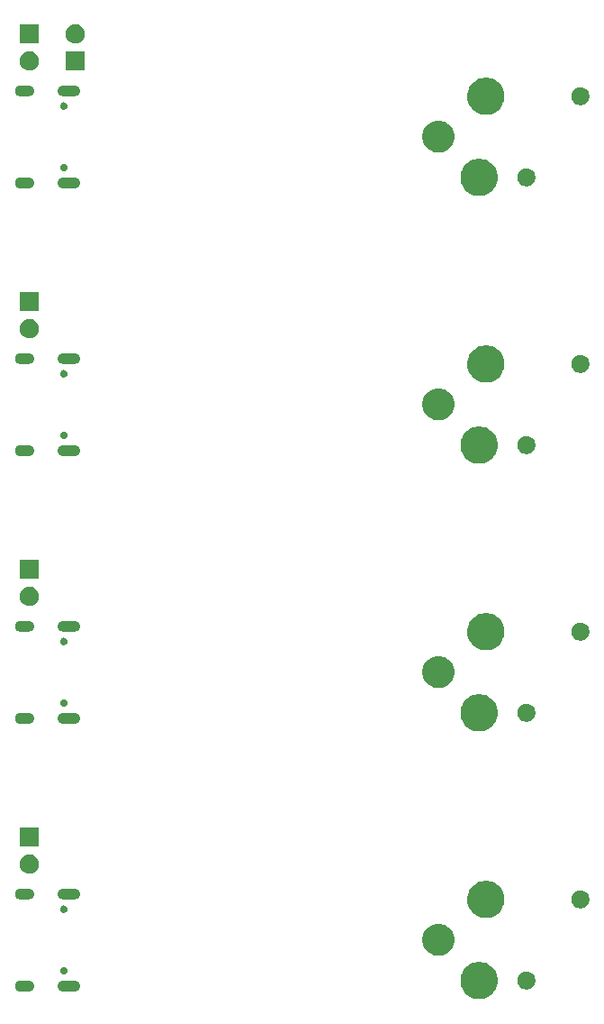
<source format=gbr>
G04 #@! TF.GenerationSoftware,KiCad,Pcbnew,(5.1.5)-3*
G04 #@! TF.CreationDate,2020-07-04T05:18:36+02:00*
G04 #@! TF.ProjectId,DMX_usb,444d585f-7573-4622-9e6b-696361645f70,rev?*
G04 #@! TF.SameCoordinates,Original*
G04 #@! TF.FileFunction,Soldermask,Bot*
G04 #@! TF.FilePolarity,Negative*
%FSLAX46Y46*%
G04 Gerber Fmt 4.6, Leading zero omitted, Abs format (unit mm)*
G04 Created by KiCad (PCBNEW (5.1.5)-3) date 2020-07-04 05:18:36*
%MOMM*%
%LPD*%
G04 APERTURE LIST*
%ADD10C,0.100000*%
G04 APERTURE END LIST*
D10*
G36*
X263160985Y-133675860D02*
G01*
X263273748Y-133698290D01*
X263405741Y-133752963D01*
X263592408Y-133830283D01*
X263879196Y-134021909D01*
X264123091Y-134265804D01*
X264314717Y-134552592D01*
X264346060Y-134628261D01*
X264433566Y-134839519D01*
X264446710Y-134871253D01*
X264514000Y-135209540D01*
X264514000Y-135554460D01*
X264498928Y-135630229D01*
X264446710Y-135892748D01*
X264392037Y-136024741D01*
X264314717Y-136211408D01*
X264123091Y-136498196D01*
X263879196Y-136742091D01*
X263592408Y-136933717D01*
X263405741Y-137011037D01*
X263273748Y-137065710D01*
X263160985Y-137088140D01*
X262935460Y-137133000D01*
X262590540Y-137133000D01*
X262365015Y-137088140D01*
X262252252Y-137065710D01*
X262120259Y-137011037D01*
X261933592Y-136933717D01*
X261646804Y-136742091D01*
X261402909Y-136498196D01*
X261211283Y-136211408D01*
X261133963Y-136024741D01*
X261079290Y-135892748D01*
X261027072Y-135630229D01*
X261012000Y-135554460D01*
X261012000Y-135209540D01*
X261079290Y-134871253D01*
X261092435Y-134839519D01*
X261179940Y-134628261D01*
X261211283Y-134552592D01*
X261402909Y-134265804D01*
X261646804Y-134021909D01*
X261933592Y-133830283D01*
X262120259Y-133752963D01*
X262252252Y-133698290D01*
X262365015Y-133675860D01*
X262590540Y-133631000D01*
X262935460Y-133631000D01*
X263160985Y-133675860D01*
G37*
G36*
X224828213Y-135398249D02*
G01*
X224922652Y-135426897D01*
X225009687Y-135473418D01*
X225085975Y-135536025D01*
X225148582Y-135612313D01*
X225195103Y-135699348D01*
X225223751Y-135793787D01*
X225233424Y-135892000D01*
X225223751Y-135990213D01*
X225195103Y-136084652D01*
X225148582Y-136171687D01*
X225085975Y-136247975D01*
X225009687Y-136310582D01*
X224922652Y-136357103D01*
X224828213Y-136385751D01*
X224754612Y-136393000D01*
X223605388Y-136393000D01*
X223531787Y-136385751D01*
X223437348Y-136357103D01*
X223350313Y-136310582D01*
X223274025Y-136247975D01*
X223211418Y-136171687D01*
X223164897Y-136084652D01*
X223136249Y-135990213D01*
X223126576Y-135892000D01*
X223136249Y-135793787D01*
X223164897Y-135699348D01*
X223211418Y-135612313D01*
X223274025Y-135536025D01*
X223350313Y-135473418D01*
X223437348Y-135426897D01*
X223531787Y-135398249D01*
X223605388Y-135391000D01*
X224754612Y-135391000D01*
X224828213Y-135398249D01*
G37*
G36*
X220508213Y-135398249D02*
G01*
X220602652Y-135426897D01*
X220689687Y-135473418D01*
X220765975Y-135536025D01*
X220828582Y-135612313D01*
X220875103Y-135699348D01*
X220903751Y-135793787D01*
X220913424Y-135892000D01*
X220903751Y-135990213D01*
X220875103Y-136084652D01*
X220828582Y-136171687D01*
X220765975Y-136247975D01*
X220689687Y-136310582D01*
X220602652Y-136357103D01*
X220508213Y-136385751D01*
X220434612Y-136393000D01*
X219585388Y-136393000D01*
X219511787Y-136385751D01*
X219417348Y-136357103D01*
X219330313Y-136310582D01*
X219254025Y-136247975D01*
X219191418Y-136171687D01*
X219144897Y-136084652D01*
X219116249Y-135990213D01*
X219106576Y-135892000D01*
X219116249Y-135793787D01*
X219144897Y-135699348D01*
X219191418Y-135612313D01*
X219254025Y-135536025D01*
X219330313Y-135473418D01*
X219417348Y-135426897D01*
X219511787Y-135398249D01*
X219585388Y-135391000D01*
X220434612Y-135391000D01*
X220508213Y-135398249D01*
G37*
G36*
X267456228Y-134563703D02*
G01*
X267611100Y-134627853D01*
X267750481Y-134720985D01*
X267869015Y-134839519D01*
X267962147Y-134978900D01*
X268026297Y-135133772D01*
X268059000Y-135298184D01*
X268059000Y-135465816D01*
X268026297Y-135630228D01*
X267962147Y-135785100D01*
X267869015Y-135924481D01*
X267750481Y-136043015D01*
X267611100Y-136136147D01*
X267456228Y-136200297D01*
X267291816Y-136233000D01*
X267124184Y-136233000D01*
X266959772Y-136200297D01*
X266804900Y-136136147D01*
X266665519Y-136043015D01*
X266546985Y-135924481D01*
X266453853Y-135785100D01*
X266389703Y-135630228D01*
X266357000Y-135465816D01*
X266357000Y-135298184D01*
X266389703Y-135133772D01*
X266453853Y-134978900D01*
X266546985Y-134839519D01*
X266665519Y-134720985D01*
X266804900Y-134627853D01*
X266959772Y-134563703D01*
X267124184Y-134531000D01*
X267291816Y-134531000D01*
X267456228Y-134563703D01*
G37*
G36*
X223802383Y-134124489D02*
G01*
X223802386Y-134124490D01*
X223802385Y-134124490D01*
X223866258Y-134150946D01*
X223923748Y-134189360D01*
X223972640Y-134238252D01*
X224011054Y-134295742D01*
X224032624Y-134347818D01*
X224037511Y-134359617D01*
X224051000Y-134427430D01*
X224051000Y-134496570D01*
X224037511Y-134564383D01*
X224037510Y-134564385D01*
X224011054Y-134628258D01*
X223972640Y-134685748D01*
X223923748Y-134734640D01*
X223866258Y-134773054D01*
X223814182Y-134794624D01*
X223802383Y-134799511D01*
X223734570Y-134813000D01*
X223665430Y-134813000D01*
X223597617Y-134799511D01*
X223585818Y-134794624D01*
X223533742Y-134773054D01*
X223476252Y-134734640D01*
X223427360Y-134685748D01*
X223388946Y-134628258D01*
X223362490Y-134564385D01*
X223362489Y-134564383D01*
X223349000Y-134496570D01*
X223349000Y-134427430D01*
X223362489Y-134359617D01*
X223367376Y-134347818D01*
X223388946Y-134295742D01*
X223427360Y-134238252D01*
X223476252Y-134189360D01*
X223533742Y-134150946D01*
X223597615Y-134124490D01*
X223597614Y-134124490D01*
X223597617Y-134124489D01*
X223665430Y-134111000D01*
X223734570Y-134111000D01*
X223802383Y-134124489D01*
G37*
G36*
X259240831Y-130099841D02*
G01*
X259385826Y-130128682D01*
X259498974Y-130175550D01*
X259658989Y-130241830D01*
X259658990Y-130241831D01*
X259904832Y-130406097D01*
X260113903Y-130615168D01*
X260113904Y-130615170D01*
X260278170Y-130861011D01*
X260391318Y-131134175D01*
X260449000Y-131424163D01*
X260449000Y-131719837D01*
X260391318Y-132009825D01*
X260278170Y-132282989D01*
X260278169Y-132282990D01*
X260113903Y-132528832D01*
X259904832Y-132737903D01*
X259781076Y-132820594D01*
X259658989Y-132902170D01*
X259498974Y-132968450D01*
X259385826Y-133015318D01*
X259240831Y-133044159D01*
X259095837Y-133073000D01*
X258800163Y-133073000D01*
X258655169Y-133044159D01*
X258510174Y-133015318D01*
X258397026Y-132968450D01*
X258237011Y-132902170D01*
X258114924Y-132820594D01*
X257991168Y-132737903D01*
X257782097Y-132528832D01*
X257617831Y-132282990D01*
X257617830Y-132282989D01*
X257504682Y-132009825D01*
X257447000Y-131719837D01*
X257447000Y-131424163D01*
X257504682Y-131134175D01*
X257617830Y-130861011D01*
X257782096Y-130615170D01*
X257782097Y-130615168D01*
X257991168Y-130406097D01*
X258237010Y-130241831D01*
X258237011Y-130241830D01*
X258397026Y-130175550D01*
X258510174Y-130128682D01*
X258655169Y-130099841D01*
X258800163Y-130071000D01*
X259095837Y-130071000D01*
X259240831Y-130099841D01*
G37*
G36*
X263795985Y-126055860D02*
G01*
X263908748Y-126078290D01*
X264040741Y-126132963D01*
X264227408Y-126210283D01*
X264514196Y-126401909D01*
X264758091Y-126645804D01*
X264949717Y-126932592D01*
X265019467Y-127100985D01*
X265068566Y-127219519D01*
X265081710Y-127251253D01*
X265149000Y-127589540D01*
X265149000Y-127934460D01*
X265133928Y-128010229D01*
X265081710Y-128272748D01*
X265057581Y-128331000D01*
X264949717Y-128591408D01*
X264758091Y-128878196D01*
X264514196Y-129122091D01*
X264227408Y-129313717D01*
X264040741Y-129391037D01*
X263908748Y-129445710D01*
X263795985Y-129468140D01*
X263570460Y-129513000D01*
X263225540Y-129513000D01*
X263000015Y-129468140D01*
X262887252Y-129445710D01*
X262755259Y-129391037D01*
X262568592Y-129313717D01*
X262281804Y-129122091D01*
X262037909Y-128878196D01*
X261846283Y-128591408D01*
X261738419Y-128331000D01*
X261714290Y-128272748D01*
X261662072Y-128010229D01*
X261647000Y-127934460D01*
X261647000Y-127589540D01*
X261714290Y-127251253D01*
X261727435Y-127219519D01*
X261776533Y-127100985D01*
X261846283Y-126932592D01*
X262037909Y-126645804D01*
X262281804Y-126401909D01*
X262568592Y-126210283D01*
X262755259Y-126132963D01*
X262887252Y-126078290D01*
X263000015Y-126055860D01*
X263225540Y-126011000D01*
X263570460Y-126011000D01*
X263795985Y-126055860D01*
G37*
G36*
X223802383Y-128344489D02*
G01*
X223802386Y-128344490D01*
X223802385Y-128344490D01*
X223866258Y-128370946D01*
X223923748Y-128409360D01*
X223972640Y-128458252D01*
X224011054Y-128515742D01*
X224032624Y-128567818D01*
X224037511Y-128579617D01*
X224051000Y-128647430D01*
X224051000Y-128716570D01*
X224037511Y-128784383D01*
X224037510Y-128784385D01*
X224011054Y-128848258D01*
X223972640Y-128905748D01*
X223923748Y-128954640D01*
X223866258Y-128993054D01*
X223814182Y-129014624D01*
X223802383Y-129019511D01*
X223734570Y-129033000D01*
X223665430Y-129033000D01*
X223597617Y-129019511D01*
X223585818Y-129014624D01*
X223533742Y-128993054D01*
X223476252Y-128954640D01*
X223427360Y-128905748D01*
X223388946Y-128848258D01*
X223362490Y-128784385D01*
X223362489Y-128784383D01*
X223349000Y-128716570D01*
X223349000Y-128647430D01*
X223362489Y-128579617D01*
X223367376Y-128567818D01*
X223388946Y-128515742D01*
X223427360Y-128458252D01*
X223476252Y-128409360D01*
X223533742Y-128370946D01*
X223597615Y-128344490D01*
X223597614Y-128344490D01*
X223597617Y-128344489D01*
X223665430Y-128331000D01*
X223734570Y-128331000D01*
X223802383Y-128344489D01*
G37*
G36*
X272536228Y-126943703D02*
G01*
X272691100Y-127007853D01*
X272830481Y-127100985D01*
X272949015Y-127219519D01*
X273042147Y-127358900D01*
X273106297Y-127513772D01*
X273139000Y-127678184D01*
X273139000Y-127845816D01*
X273106297Y-128010228D01*
X273042147Y-128165100D01*
X272949015Y-128304481D01*
X272830481Y-128423015D01*
X272691100Y-128516147D01*
X272536228Y-128580297D01*
X272371816Y-128613000D01*
X272204184Y-128613000D01*
X272039772Y-128580297D01*
X271884900Y-128516147D01*
X271745519Y-128423015D01*
X271626985Y-128304481D01*
X271533853Y-128165100D01*
X271469703Y-128010228D01*
X271437000Y-127845816D01*
X271437000Y-127678184D01*
X271469703Y-127513772D01*
X271533853Y-127358900D01*
X271626985Y-127219519D01*
X271745519Y-127100985D01*
X271884900Y-127007853D01*
X272039772Y-126943703D01*
X272204184Y-126911000D01*
X272371816Y-126911000D01*
X272536228Y-126943703D01*
G37*
G36*
X224828213Y-126758249D02*
G01*
X224922652Y-126786897D01*
X225009687Y-126833418D01*
X225085975Y-126896025D01*
X225148582Y-126972313D01*
X225195103Y-127059348D01*
X225223751Y-127153787D01*
X225233424Y-127252000D01*
X225223751Y-127350213D01*
X225195103Y-127444652D01*
X225148582Y-127531687D01*
X225085975Y-127607975D01*
X225009687Y-127670582D01*
X224922652Y-127717103D01*
X224828213Y-127745751D01*
X224754612Y-127753000D01*
X223605388Y-127753000D01*
X223531787Y-127745751D01*
X223437348Y-127717103D01*
X223350313Y-127670582D01*
X223274025Y-127607975D01*
X223211418Y-127531687D01*
X223164897Y-127444652D01*
X223136249Y-127350213D01*
X223126576Y-127252000D01*
X223136249Y-127153787D01*
X223164897Y-127059348D01*
X223211418Y-126972313D01*
X223274025Y-126896025D01*
X223350313Y-126833418D01*
X223437348Y-126786897D01*
X223531787Y-126758249D01*
X223605388Y-126751000D01*
X224754612Y-126751000D01*
X224828213Y-126758249D01*
G37*
G36*
X220508213Y-126758249D02*
G01*
X220602652Y-126786897D01*
X220689687Y-126833418D01*
X220765975Y-126896025D01*
X220828582Y-126972313D01*
X220875103Y-127059348D01*
X220903751Y-127153787D01*
X220913424Y-127252000D01*
X220903751Y-127350213D01*
X220875103Y-127444652D01*
X220828582Y-127531687D01*
X220765975Y-127607975D01*
X220689687Y-127670582D01*
X220602652Y-127717103D01*
X220508213Y-127745751D01*
X220434612Y-127753000D01*
X219585388Y-127753000D01*
X219511787Y-127745751D01*
X219417348Y-127717103D01*
X219330313Y-127670582D01*
X219254025Y-127607975D01*
X219191418Y-127531687D01*
X219144897Y-127444652D01*
X219116249Y-127350213D01*
X219106576Y-127252000D01*
X219116249Y-127153787D01*
X219144897Y-127059348D01*
X219191418Y-126972313D01*
X219254025Y-126896025D01*
X219330313Y-126833418D01*
X219417348Y-126786897D01*
X219511787Y-126758249D01*
X219585388Y-126751000D01*
X220434612Y-126751000D01*
X220508213Y-126758249D01*
G37*
G36*
X220585512Y-123563927D02*
G01*
X220734812Y-123593624D01*
X220898784Y-123661544D01*
X221046354Y-123760147D01*
X221171853Y-123885646D01*
X221270456Y-124033216D01*
X221338376Y-124197188D01*
X221373000Y-124371259D01*
X221373000Y-124548741D01*
X221338376Y-124722812D01*
X221270456Y-124886784D01*
X221171853Y-125034354D01*
X221046354Y-125159853D01*
X220898784Y-125258456D01*
X220734812Y-125326376D01*
X220585512Y-125356073D01*
X220560742Y-125361000D01*
X220383258Y-125361000D01*
X220358488Y-125356073D01*
X220209188Y-125326376D01*
X220045216Y-125258456D01*
X219897646Y-125159853D01*
X219772147Y-125034354D01*
X219673544Y-124886784D01*
X219605624Y-124722812D01*
X219571000Y-124548741D01*
X219571000Y-124371259D01*
X219605624Y-124197188D01*
X219673544Y-124033216D01*
X219772147Y-123885646D01*
X219897646Y-123760147D01*
X220045216Y-123661544D01*
X220209188Y-123593624D01*
X220358488Y-123563927D01*
X220383258Y-123559000D01*
X220560742Y-123559000D01*
X220585512Y-123563927D01*
G37*
G36*
X221373000Y-122821000D02*
G01*
X219571000Y-122821000D01*
X219571000Y-121019000D01*
X221373000Y-121019000D01*
X221373000Y-122821000D01*
G37*
G36*
X263160985Y-108529860D02*
G01*
X263273748Y-108552290D01*
X263405741Y-108606963D01*
X263592408Y-108684283D01*
X263879196Y-108875909D01*
X264123091Y-109119804D01*
X264314717Y-109406592D01*
X264346060Y-109482261D01*
X264433566Y-109693519D01*
X264446710Y-109725253D01*
X264514000Y-110063540D01*
X264514000Y-110408460D01*
X264498928Y-110484229D01*
X264446710Y-110746748D01*
X264392037Y-110878741D01*
X264314717Y-111065408D01*
X264123091Y-111352196D01*
X263879196Y-111596091D01*
X263592408Y-111787717D01*
X263405741Y-111865037D01*
X263273748Y-111919710D01*
X263160985Y-111942140D01*
X262935460Y-111987000D01*
X262590540Y-111987000D01*
X262365015Y-111942140D01*
X262252252Y-111919710D01*
X262120259Y-111865037D01*
X261933592Y-111787717D01*
X261646804Y-111596091D01*
X261402909Y-111352196D01*
X261211283Y-111065408D01*
X261133963Y-110878741D01*
X261079290Y-110746748D01*
X261027072Y-110484229D01*
X261012000Y-110408460D01*
X261012000Y-110063540D01*
X261079290Y-109725253D01*
X261092435Y-109693519D01*
X261179940Y-109482261D01*
X261211283Y-109406592D01*
X261402909Y-109119804D01*
X261646804Y-108875909D01*
X261933592Y-108684283D01*
X262120259Y-108606963D01*
X262252252Y-108552290D01*
X262365015Y-108529860D01*
X262590540Y-108485000D01*
X262935460Y-108485000D01*
X263160985Y-108529860D01*
G37*
G36*
X220508213Y-110252249D02*
G01*
X220602652Y-110280897D01*
X220689687Y-110327418D01*
X220765975Y-110390025D01*
X220828582Y-110466313D01*
X220875103Y-110553348D01*
X220903751Y-110647787D01*
X220913424Y-110746000D01*
X220903751Y-110844213D01*
X220875103Y-110938652D01*
X220828582Y-111025687D01*
X220765975Y-111101975D01*
X220689687Y-111164582D01*
X220602652Y-111211103D01*
X220508213Y-111239751D01*
X220434612Y-111247000D01*
X219585388Y-111247000D01*
X219511787Y-111239751D01*
X219417348Y-111211103D01*
X219330313Y-111164582D01*
X219254025Y-111101975D01*
X219191418Y-111025687D01*
X219144897Y-110938652D01*
X219116249Y-110844213D01*
X219106576Y-110746000D01*
X219116249Y-110647787D01*
X219144897Y-110553348D01*
X219191418Y-110466313D01*
X219254025Y-110390025D01*
X219330313Y-110327418D01*
X219417348Y-110280897D01*
X219511787Y-110252249D01*
X219585388Y-110245000D01*
X220434612Y-110245000D01*
X220508213Y-110252249D01*
G37*
G36*
X224828213Y-110252249D02*
G01*
X224922652Y-110280897D01*
X225009687Y-110327418D01*
X225085975Y-110390025D01*
X225148582Y-110466313D01*
X225195103Y-110553348D01*
X225223751Y-110647787D01*
X225233424Y-110746000D01*
X225223751Y-110844213D01*
X225195103Y-110938652D01*
X225148582Y-111025687D01*
X225085975Y-111101975D01*
X225009687Y-111164582D01*
X224922652Y-111211103D01*
X224828213Y-111239751D01*
X224754612Y-111247000D01*
X223605388Y-111247000D01*
X223531787Y-111239751D01*
X223437348Y-111211103D01*
X223350313Y-111164582D01*
X223274025Y-111101975D01*
X223211418Y-111025687D01*
X223164897Y-110938652D01*
X223136249Y-110844213D01*
X223126576Y-110746000D01*
X223136249Y-110647787D01*
X223164897Y-110553348D01*
X223211418Y-110466313D01*
X223274025Y-110390025D01*
X223350313Y-110327418D01*
X223437348Y-110280897D01*
X223531787Y-110252249D01*
X223605388Y-110245000D01*
X224754612Y-110245000D01*
X224828213Y-110252249D01*
G37*
G36*
X267456228Y-109417703D02*
G01*
X267611100Y-109481853D01*
X267750481Y-109574985D01*
X267869015Y-109693519D01*
X267962147Y-109832900D01*
X268026297Y-109987772D01*
X268059000Y-110152184D01*
X268059000Y-110319816D01*
X268026297Y-110484228D01*
X267962147Y-110639100D01*
X267869015Y-110778481D01*
X267750481Y-110897015D01*
X267611100Y-110990147D01*
X267456228Y-111054297D01*
X267291816Y-111087000D01*
X267124184Y-111087000D01*
X266959772Y-111054297D01*
X266804900Y-110990147D01*
X266665519Y-110897015D01*
X266546985Y-110778481D01*
X266453853Y-110639100D01*
X266389703Y-110484228D01*
X266357000Y-110319816D01*
X266357000Y-110152184D01*
X266389703Y-109987772D01*
X266453853Y-109832900D01*
X266546985Y-109693519D01*
X266665519Y-109574985D01*
X266804900Y-109481853D01*
X266959772Y-109417703D01*
X267124184Y-109385000D01*
X267291816Y-109385000D01*
X267456228Y-109417703D01*
G37*
G36*
X223802383Y-108978489D02*
G01*
X223802386Y-108978490D01*
X223802385Y-108978490D01*
X223866258Y-109004946D01*
X223923748Y-109043360D01*
X223972640Y-109092252D01*
X224011054Y-109149742D01*
X224032624Y-109201818D01*
X224037511Y-109213617D01*
X224051000Y-109281430D01*
X224051000Y-109350570D01*
X224037511Y-109418383D01*
X224037510Y-109418385D01*
X224011054Y-109482258D01*
X223972640Y-109539748D01*
X223923748Y-109588640D01*
X223866258Y-109627054D01*
X223814182Y-109648624D01*
X223802383Y-109653511D01*
X223734570Y-109667000D01*
X223665430Y-109667000D01*
X223597617Y-109653511D01*
X223585818Y-109648624D01*
X223533742Y-109627054D01*
X223476252Y-109588640D01*
X223427360Y-109539748D01*
X223388946Y-109482258D01*
X223362490Y-109418385D01*
X223362489Y-109418383D01*
X223349000Y-109350570D01*
X223349000Y-109281430D01*
X223362489Y-109213617D01*
X223367376Y-109201818D01*
X223388946Y-109149742D01*
X223427360Y-109092252D01*
X223476252Y-109043360D01*
X223533742Y-109004946D01*
X223597615Y-108978490D01*
X223597614Y-108978490D01*
X223597617Y-108978489D01*
X223665430Y-108965000D01*
X223734570Y-108965000D01*
X223802383Y-108978489D01*
G37*
G36*
X259240831Y-104953841D02*
G01*
X259385826Y-104982682D01*
X259498974Y-105029550D01*
X259658989Y-105095830D01*
X259658990Y-105095831D01*
X259904832Y-105260097D01*
X260113903Y-105469168D01*
X260113904Y-105469170D01*
X260278170Y-105715011D01*
X260391318Y-105988175D01*
X260449000Y-106278163D01*
X260449000Y-106573837D01*
X260391318Y-106863825D01*
X260278170Y-107136989D01*
X260278169Y-107136990D01*
X260113903Y-107382832D01*
X259904832Y-107591903D01*
X259781076Y-107674594D01*
X259658989Y-107756170D01*
X259498974Y-107822450D01*
X259385826Y-107869318D01*
X259240831Y-107898159D01*
X259095837Y-107927000D01*
X258800163Y-107927000D01*
X258655169Y-107898159D01*
X258510174Y-107869318D01*
X258397026Y-107822450D01*
X258237011Y-107756170D01*
X258114924Y-107674594D01*
X257991168Y-107591903D01*
X257782097Y-107382832D01*
X257617831Y-107136990D01*
X257617830Y-107136989D01*
X257504682Y-106863825D01*
X257447000Y-106573837D01*
X257447000Y-106278163D01*
X257504682Y-105988175D01*
X257617830Y-105715011D01*
X257782096Y-105469170D01*
X257782097Y-105469168D01*
X257991168Y-105260097D01*
X258237010Y-105095831D01*
X258237011Y-105095830D01*
X258397026Y-105029550D01*
X258510174Y-104982682D01*
X258655169Y-104953841D01*
X258800163Y-104925000D01*
X259095837Y-104925000D01*
X259240831Y-104953841D01*
G37*
G36*
X263795985Y-100909860D02*
G01*
X263908748Y-100932290D01*
X264040741Y-100986963D01*
X264227408Y-101064283D01*
X264514196Y-101255909D01*
X264758091Y-101499804D01*
X264949717Y-101786592D01*
X265019467Y-101954985D01*
X265068566Y-102073519D01*
X265081710Y-102105253D01*
X265149000Y-102443540D01*
X265149000Y-102788460D01*
X265133928Y-102864229D01*
X265081710Y-103126748D01*
X265057581Y-103185000D01*
X264949717Y-103445408D01*
X264758091Y-103732196D01*
X264514196Y-103976091D01*
X264227408Y-104167717D01*
X264040741Y-104245037D01*
X263908748Y-104299710D01*
X263795985Y-104322140D01*
X263570460Y-104367000D01*
X263225540Y-104367000D01*
X263000015Y-104322140D01*
X262887252Y-104299710D01*
X262755259Y-104245037D01*
X262568592Y-104167717D01*
X262281804Y-103976091D01*
X262037909Y-103732196D01*
X261846283Y-103445408D01*
X261738419Y-103185000D01*
X261714290Y-103126748D01*
X261662072Y-102864229D01*
X261647000Y-102788460D01*
X261647000Y-102443540D01*
X261714290Y-102105253D01*
X261727435Y-102073519D01*
X261776533Y-101954985D01*
X261846283Y-101786592D01*
X262037909Y-101499804D01*
X262281804Y-101255909D01*
X262568592Y-101064283D01*
X262755259Y-100986963D01*
X262887252Y-100932290D01*
X263000015Y-100909860D01*
X263225540Y-100865000D01*
X263570460Y-100865000D01*
X263795985Y-100909860D01*
G37*
G36*
X223802383Y-103198489D02*
G01*
X223802386Y-103198490D01*
X223802385Y-103198490D01*
X223866258Y-103224946D01*
X223923748Y-103263360D01*
X223972640Y-103312252D01*
X224011054Y-103369742D01*
X224032624Y-103421818D01*
X224037511Y-103433617D01*
X224051000Y-103501430D01*
X224051000Y-103570570D01*
X224037511Y-103638383D01*
X224037510Y-103638385D01*
X224011054Y-103702258D01*
X223972640Y-103759748D01*
X223923748Y-103808640D01*
X223866258Y-103847054D01*
X223814182Y-103868624D01*
X223802383Y-103873511D01*
X223734570Y-103887000D01*
X223665430Y-103887000D01*
X223597617Y-103873511D01*
X223585818Y-103868624D01*
X223533742Y-103847054D01*
X223476252Y-103808640D01*
X223427360Y-103759748D01*
X223388946Y-103702258D01*
X223362490Y-103638385D01*
X223362489Y-103638383D01*
X223349000Y-103570570D01*
X223349000Y-103501430D01*
X223362489Y-103433617D01*
X223367376Y-103421818D01*
X223388946Y-103369742D01*
X223427360Y-103312252D01*
X223476252Y-103263360D01*
X223533742Y-103224946D01*
X223597615Y-103198490D01*
X223597614Y-103198490D01*
X223597617Y-103198489D01*
X223665430Y-103185000D01*
X223734570Y-103185000D01*
X223802383Y-103198489D01*
G37*
G36*
X272536228Y-101797703D02*
G01*
X272691100Y-101861853D01*
X272830481Y-101954985D01*
X272949015Y-102073519D01*
X273042147Y-102212900D01*
X273106297Y-102367772D01*
X273139000Y-102532184D01*
X273139000Y-102699816D01*
X273106297Y-102864228D01*
X273042147Y-103019100D01*
X272949015Y-103158481D01*
X272830481Y-103277015D01*
X272691100Y-103370147D01*
X272536228Y-103434297D01*
X272371816Y-103467000D01*
X272204184Y-103467000D01*
X272039772Y-103434297D01*
X271884900Y-103370147D01*
X271745519Y-103277015D01*
X271626985Y-103158481D01*
X271533853Y-103019100D01*
X271469703Y-102864228D01*
X271437000Y-102699816D01*
X271437000Y-102532184D01*
X271469703Y-102367772D01*
X271533853Y-102212900D01*
X271626985Y-102073519D01*
X271745519Y-101954985D01*
X271884900Y-101861853D01*
X272039772Y-101797703D01*
X272204184Y-101765000D01*
X272371816Y-101765000D01*
X272536228Y-101797703D01*
G37*
G36*
X220508213Y-101612249D02*
G01*
X220602652Y-101640897D01*
X220689687Y-101687418D01*
X220765975Y-101750025D01*
X220828582Y-101826313D01*
X220875103Y-101913348D01*
X220903751Y-102007787D01*
X220913424Y-102106000D01*
X220903751Y-102204213D01*
X220875103Y-102298652D01*
X220828582Y-102385687D01*
X220765975Y-102461975D01*
X220689687Y-102524582D01*
X220602652Y-102571103D01*
X220508213Y-102599751D01*
X220434612Y-102607000D01*
X219585388Y-102607000D01*
X219511787Y-102599751D01*
X219417348Y-102571103D01*
X219330313Y-102524582D01*
X219254025Y-102461975D01*
X219191418Y-102385687D01*
X219144897Y-102298652D01*
X219116249Y-102204213D01*
X219106576Y-102106000D01*
X219116249Y-102007787D01*
X219144897Y-101913348D01*
X219191418Y-101826313D01*
X219254025Y-101750025D01*
X219330313Y-101687418D01*
X219417348Y-101640897D01*
X219511787Y-101612249D01*
X219585388Y-101605000D01*
X220434612Y-101605000D01*
X220508213Y-101612249D01*
G37*
G36*
X224828213Y-101612249D02*
G01*
X224922652Y-101640897D01*
X225009687Y-101687418D01*
X225085975Y-101750025D01*
X225148582Y-101826313D01*
X225195103Y-101913348D01*
X225223751Y-102007787D01*
X225233424Y-102106000D01*
X225223751Y-102204213D01*
X225195103Y-102298652D01*
X225148582Y-102385687D01*
X225085975Y-102461975D01*
X225009687Y-102524582D01*
X224922652Y-102571103D01*
X224828213Y-102599751D01*
X224754612Y-102607000D01*
X223605388Y-102607000D01*
X223531787Y-102599751D01*
X223437348Y-102571103D01*
X223350313Y-102524582D01*
X223274025Y-102461975D01*
X223211418Y-102385687D01*
X223164897Y-102298652D01*
X223136249Y-102204213D01*
X223126576Y-102106000D01*
X223136249Y-102007787D01*
X223164897Y-101913348D01*
X223211418Y-101826313D01*
X223274025Y-101750025D01*
X223350313Y-101687418D01*
X223437348Y-101640897D01*
X223531787Y-101612249D01*
X223605388Y-101605000D01*
X224754612Y-101605000D01*
X224828213Y-101612249D01*
G37*
G36*
X220585512Y-98417927D02*
G01*
X220734812Y-98447624D01*
X220898784Y-98515544D01*
X221046354Y-98614147D01*
X221171853Y-98739646D01*
X221270456Y-98887216D01*
X221338376Y-99051188D01*
X221373000Y-99225259D01*
X221373000Y-99402741D01*
X221338376Y-99576812D01*
X221270456Y-99740784D01*
X221171853Y-99888354D01*
X221046354Y-100013853D01*
X220898784Y-100112456D01*
X220734812Y-100180376D01*
X220585512Y-100210073D01*
X220560742Y-100215000D01*
X220383258Y-100215000D01*
X220358488Y-100210073D01*
X220209188Y-100180376D01*
X220045216Y-100112456D01*
X219897646Y-100013853D01*
X219772147Y-99888354D01*
X219673544Y-99740784D01*
X219605624Y-99576812D01*
X219571000Y-99402741D01*
X219571000Y-99225259D01*
X219605624Y-99051188D01*
X219673544Y-98887216D01*
X219772147Y-98739646D01*
X219897646Y-98614147D01*
X220045216Y-98515544D01*
X220209188Y-98447624D01*
X220358488Y-98417927D01*
X220383258Y-98413000D01*
X220560742Y-98413000D01*
X220585512Y-98417927D01*
G37*
G36*
X221373000Y-97675000D02*
G01*
X219571000Y-97675000D01*
X219571000Y-95873000D01*
X221373000Y-95873000D01*
X221373000Y-97675000D01*
G37*
G36*
X263160985Y-83383860D02*
G01*
X263273748Y-83406290D01*
X263405741Y-83460963D01*
X263592408Y-83538283D01*
X263879196Y-83729909D01*
X264123091Y-83973804D01*
X264314717Y-84260592D01*
X264346060Y-84336261D01*
X264433566Y-84547519D01*
X264446710Y-84579253D01*
X264514000Y-84917540D01*
X264514000Y-85262460D01*
X264498928Y-85338229D01*
X264446710Y-85600748D01*
X264392037Y-85732741D01*
X264314717Y-85919408D01*
X264123091Y-86206196D01*
X263879196Y-86450091D01*
X263592408Y-86641717D01*
X263405741Y-86719037D01*
X263273748Y-86773710D01*
X263160985Y-86796140D01*
X262935460Y-86841000D01*
X262590540Y-86841000D01*
X262365015Y-86796140D01*
X262252252Y-86773710D01*
X262120259Y-86719037D01*
X261933592Y-86641717D01*
X261646804Y-86450091D01*
X261402909Y-86206196D01*
X261211283Y-85919408D01*
X261133963Y-85732741D01*
X261079290Y-85600748D01*
X261027072Y-85338229D01*
X261012000Y-85262460D01*
X261012000Y-84917540D01*
X261079290Y-84579253D01*
X261092435Y-84547519D01*
X261179940Y-84336261D01*
X261211283Y-84260592D01*
X261402909Y-83973804D01*
X261646804Y-83729909D01*
X261933592Y-83538283D01*
X262120259Y-83460963D01*
X262252252Y-83406290D01*
X262365015Y-83383860D01*
X262590540Y-83339000D01*
X262935460Y-83339000D01*
X263160985Y-83383860D01*
G37*
G36*
X220508213Y-85106249D02*
G01*
X220602652Y-85134897D01*
X220689687Y-85181418D01*
X220765975Y-85244025D01*
X220828582Y-85320313D01*
X220875103Y-85407348D01*
X220903751Y-85501787D01*
X220913424Y-85600000D01*
X220903751Y-85698213D01*
X220875103Y-85792652D01*
X220828582Y-85879687D01*
X220765975Y-85955975D01*
X220689687Y-86018582D01*
X220602652Y-86065103D01*
X220508213Y-86093751D01*
X220434612Y-86101000D01*
X219585388Y-86101000D01*
X219511787Y-86093751D01*
X219417348Y-86065103D01*
X219330313Y-86018582D01*
X219254025Y-85955975D01*
X219191418Y-85879687D01*
X219144897Y-85792652D01*
X219116249Y-85698213D01*
X219106576Y-85600000D01*
X219116249Y-85501787D01*
X219144897Y-85407348D01*
X219191418Y-85320313D01*
X219254025Y-85244025D01*
X219330313Y-85181418D01*
X219417348Y-85134897D01*
X219511787Y-85106249D01*
X219585388Y-85099000D01*
X220434612Y-85099000D01*
X220508213Y-85106249D01*
G37*
G36*
X224828213Y-85106249D02*
G01*
X224922652Y-85134897D01*
X225009687Y-85181418D01*
X225085975Y-85244025D01*
X225148582Y-85320313D01*
X225195103Y-85407348D01*
X225223751Y-85501787D01*
X225233424Y-85600000D01*
X225223751Y-85698213D01*
X225195103Y-85792652D01*
X225148582Y-85879687D01*
X225085975Y-85955975D01*
X225009687Y-86018582D01*
X224922652Y-86065103D01*
X224828213Y-86093751D01*
X224754612Y-86101000D01*
X223605388Y-86101000D01*
X223531787Y-86093751D01*
X223437348Y-86065103D01*
X223350313Y-86018582D01*
X223274025Y-85955975D01*
X223211418Y-85879687D01*
X223164897Y-85792652D01*
X223136249Y-85698213D01*
X223126576Y-85600000D01*
X223136249Y-85501787D01*
X223164897Y-85407348D01*
X223211418Y-85320313D01*
X223274025Y-85244025D01*
X223350313Y-85181418D01*
X223437348Y-85134897D01*
X223531787Y-85106249D01*
X223605388Y-85099000D01*
X224754612Y-85099000D01*
X224828213Y-85106249D01*
G37*
G36*
X267456228Y-84271703D02*
G01*
X267611100Y-84335853D01*
X267750481Y-84428985D01*
X267869015Y-84547519D01*
X267962147Y-84686900D01*
X268026297Y-84841772D01*
X268059000Y-85006184D01*
X268059000Y-85173816D01*
X268026297Y-85338228D01*
X267962147Y-85493100D01*
X267869015Y-85632481D01*
X267750481Y-85751015D01*
X267611100Y-85844147D01*
X267456228Y-85908297D01*
X267291816Y-85941000D01*
X267124184Y-85941000D01*
X266959772Y-85908297D01*
X266804900Y-85844147D01*
X266665519Y-85751015D01*
X266546985Y-85632481D01*
X266453853Y-85493100D01*
X266389703Y-85338228D01*
X266357000Y-85173816D01*
X266357000Y-85006184D01*
X266389703Y-84841772D01*
X266453853Y-84686900D01*
X266546985Y-84547519D01*
X266665519Y-84428985D01*
X266804900Y-84335853D01*
X266959772Y-84271703D01*
X267124184Y-84239000D01*
X267291816Y-84239000D01*
X267456228Y-84271703D01*
G37*
G36*
X223802383Y-83832489D02*
G01*
X223802386Y-83832490D01*
X223802385Y-83832490D01*
X223866258Y-83858946D01*
X223923748Y-83897360D01*
X223972640Y-83946252D01*
X224011054Y-84003742D01*
X224032624Y-84055818D01*
X224037511Y-84067617D01*
X224051000Y-84135430D01*
X224051000Y-84204570D01*
X224037511Y-84272383D01*
X224037510Y-84272385D01*
X224011054Y-84336258D01*
X223972640Y-84393748D01*
X223923748Y-84442640D01*
X223866258Y-84481054D01*
X223814182Y-84502624D01*
X223802383Y-84507511D01*
X223734570Y-84521000D01*
X223665430Y-84521000D01*
X223597617Y-84507511D01*
X223585818Y-84502624D01*
X223533742Y-84481054D01*
X223476252Y-84442640D01*
X223427360Y-84393748D01*
X223388946Y-84336258D01*
X223362490Y-84272385D01*
X223362489Y-84272383D01*
X223349000Y-84204570D01*
X223349000Y-84135430D01*
X223362489Y-84067617D01*
X223367376Y-84055818D01*
X223388946Y-84003742D01*
X223427360Y-83946252D01*
X223476252Y-83897360D01*
X223533742Y-83858946D01*
X223597615Y-83832490D01*
X223597614Y-83832490D01*
X223597617Y-83832489D01*
X223665430Y-83819000D01*
X223734570Y-83819000D01*
X223802383Y-83832489D01*
G37*
G36*
X259240831Y-79807841D02*
G01*
X259385826Y-79836682D01*
X259498974Y-79883550D01*
X259658989Y-79949830D01*
X259658990Y-79949831D01*
X259904832Y-80114097D01*
X260113903Y-80323168D01*
X260113904Y-80323170D01*
X260278170Y-80569011D01*
X260391318Y-80842175D01*
X260449000Y-81132163D01*
X260449000Y-81427837D01*
X260391318Y-81717825D01*
X260278170Y-81990989D01*
X260278169Y-81990990D01*
X260113903Y-82236832D01*
X259904832Y-82445903D01*
X259781076Y-82528594D01*
X259658989Y-82610170D01*
X259498974Y-82676450D01*
X259385826Y-82723318D01*
X259240831Y-82752159D01*
X259095837Y-82781000D01*
X258800163Y-82781000D01*
X258655169Y-82752159D01*
X258510174Y-82723318D01*
X258397026Y-82676450D01*
X258237011Y-82610170D01*
X258114924Y-82528594D01*
X257991168Y-82445903D01*
X257782097Y-82236832D01*
X257617831Y-81990990D01*
X257617830Y-81990989D01*
X257504682Y-81717825D01*
X257447000Y-81427837D01*
X257447000Y-81132163D01*
X257504682Y-80842175D01*
X257617830Y-80569011D01*
X257782096Y-80323170D01*
X257782097Y-80323168D01*
X257991168Y-80114097D01*
X258237010Y-79949831D01*
X258237011Y-79949830D01*
X258397026Y-79883550D01*
X258510174Y-79836682D01*
X258655169Y-79807841D01*
X258800163Y-79779000D01*
X259095837Y-79779000D01*
X259240831Y-79807841D01*
G37*
G36*
X263795985Y-75763860D02*
G01*
X263908748Y-75786290D01*
X264040741Y-75840963D01*
X264227408Y-75918283D01*
X264514196Y-76109909D01*
X264758091Y-76353804D01*
X264949717Y-76640592D01*
X265019467Y-76808985D01*
X265068566Y-76927519D01*
X265081710Y-76959253D01*
X265149000Y-77297540D01*
X265149000Y-77642460D01*
X265133928Y-77718229D01*
X265081710Y-77980748D01*
X265057581Y-78039000D01*
X264949717Y-78299408D01*
X264758091Y-78586196D01*
X264514196Y-78830091D01*
X264227408Y-79021717D01*
X264040741Y-79099037D01*
X263908748Y-79153710D01*
X263795985Y-79176140D01*
X263570460Y-79221000D01*
X263225540Y-79221000D01*
X263000015Y-79176140D01*
X262887252Y-79153710D01*
X262755259Y-79099037D01*
X262568592Y-79021717D01*
X262281804Y-78830091D01*
X262037909Y-78586196D01*
X261846283Y-78299408D01*
X261738419Y-78039000D01*
X261714290Y-77980748D01*
X261662072Y-77718229D01*
X261647000Y-77642460D01*
X261647000Y-77297540D01*
X261714290Y-76959253D01*
X261727435Y-76927519D01*
X261776533Y-76808985D01*
X261846283Y-76640592D01*
X262037909Y-76353804D01*
X262281804Y-76109909D01*
X262568592Y-75918283D01*
X262755259Y-75840963D01*
X262887252Y-75786290D01*
X263000015Y-75763860D01*
X263225540Y-75719000D01*
X263570460Y-75719000D01*
X263795985Y-75763860D01*
G37*
G36*
X223802383Y-78052489D02*
G01*
X223802386Y-78052490D01*
X223802385Y-78052490D01*
X223866258Y-78078946D01*
X223923748Y-78117360D01*
X223972640Y-78166252D01*
X224011054Y-78223742D01*
X224032624Y-78275818D01*
X224037511Y-78287617D01*
X224051000Y-78355430D01*
X224051000Y-78424570D01*
X224037511Y-78492383D01*
X224037510Y-78492385D01*
X224011054Y-78556258D01*
X223972640Y-78613748D01*
X223923748Y-78662640D01*
X223866258Y-78701054D01*
X223814182Y-78722624D01*
X223802383Y-78727511D01*
X223734570Y-78741000D01*
X223665430Y-78741000D01*
X223597617Y-78727511D01*
X223585818Y-78722624D01*
X223533742Y-78701054D01*
X223476252Y-78662640D01*
X223427360Y-78613748D01*
X223388946Y-78556258D01*
X223362490Y-78492385D01*
X223362489Y-78492383D01*
X223349000Y-78424570D01*
X223349000Y-78355430D01*
X223362489Y-78287617D01*
X223367376Y-78275818D01*
X223388946Y-78223742D01*
X223427360Y-78166252D01*
X223476252Y-78117360D01*
X223533742Y-78078946D01*
X223597615Y-78052490D01*
X223597614Y-78052490D01*
X223597617Y-78052489D01*
X223665430Y-78039000D01*
X223734570Y-78039000D01*
X223802383Y-78052489D01*
G37*
G36*
X272536228Y-76651703D02*
G01*
X272691100Y-76715853D01*
X272830481Y-76808985D01*
X272949015Y-76927519D01*
X273042147Y-77066900D01*
X273106297Y-77221772D01*
X273139000Y-77386184D01*
X273139000Y-77553816D01*
X273106297Y-77718228D01*
X273042147Y-77873100D01*
X272949015Y-78012481D01*
X272830481Y-78131015D01*
X272691100Y-78224147D01*
X272536228Y-78288297D01*
X272371816Y-78321000D01*
X272204184Y-78321000D01*
X272039772Y-78288297D01*
X271884900Y-78224147D01*
X271745519Y-78131015D01*
X271626985Y-78012481D01*
X271533853Y-77873100D01*
X271469703Y-77718228D01*
X271437000Y-77553816D01*
X271437000Y-77386184D01*
X271469703Y-77221772D01*
X271533853Y-77066900D01*
X271626985Y-76927519D01*
X271745519Y-76808985D01*
X271884900Y-76715853D01*
X272039772Y-76651703D01*
X272204184Y-76619000D01*
X272371816Y-76619000D01*
X272536228Y-76651703D01*
G37*
G36*
X224828213Y-76466249D02*
G01*
X224922652Y-76494897D01*
X225009687Y-76541418D01*
X225085975Y-76604025D01*
X225148582Y-76680313D01*
X225195103Y-76767348D01*
X225223751Y-76861787D01*
X225233424Y-76960000D01*
X225223751Y-77058213D01*
X225195103Y-77152652D01*
X225148582Y-77239687D01*
X225085975Y-77315975D01*
X225009687Y-77378582D01*
X224922652Y-77425103D01*
X224828213Y-77453751D01*
X224754612Y-77461000D01*
X223605388Y-77461000D01*
X223531787Y-77453751D01*
X223437348Y-77425103D01*
X223350313Y-77378582D01*
X223274025Y-77315975D01*
X223211418Y-77239687D01*
X223164897Y-77152652D01*
X223136249Y-77058213D01*
X223126576Y-76960000D01*
X223136249Y-76861787D01*
X223164897Y-76767348D01*
X223211418Y-76680313D01*
X223274025Y-76604025D01*
X223350313Y-76541418D01*
X223437348Y-76494897D01*
X223531787Y-76466249D01*
X223605388Y-76459000D01*
X224754612Y-76459000D01*
X224828213Y-76466249D01*
G37*
G36*
X220508213Y-76466249D02*
G01*
X220602652Y-76494897D01*
X220689687Y-76541418D01*
X220765975Y-76604025D01*
X220828582Y-76680313D01*
X220875103Y-76767348D01*
X220903751Y-76861787D01*
X220913424Y-76960000D01*
X220903751Y-77058213D01*
X220875103Y-77152652D01*
X220828582Y-77239687D01*
X220765975Y-77315975D01*
X220689687Y-77378582D01*
X220602652Y-77425103D01*
X220508213Y-77453751D01*
X220434612Y-77461000D01*
X219585388Y-77461000D01*
X219511787Y-77453751D01*
X219417348Y-77425103D01*
X219330313Y-77378582D01*
X219254025Y-77315975D01*
X219191418Y-77239687D01*
X219144897Y-77152652D01*
X219116249Y-77058213D01*
X219106576Y-76960000D01*
X219116249Y-76861787D01*
X219144897Y-76767348D01*
X219191418Y-76680313D01*
X219254025Y-76604025D01*
X219330313Y-76541418D01*
X219417348Y-76494897D01*
X219511787Y-76466249D01*
X219585388Y-76459000D01*
X220434612Y-76459000D01*
X220508213Y-76466249D01*
G37*
G36*
X220585512Y-73271927D02*
G01*
X220734812Y-73301624D01*
X220898784Y-73369544D01*
X221046354Y-73468147D01*
X221171853Y-73593646D01*
X221270456Y-73741216D01*
X221338376Y-73905188D01*
X221373000Y-74079259D01*
X221373000Y-74256741D01*
X221338376Y-74430812D01*
X221270456Y-74594784D01*
X221171853Y-74742354D01*
X221046354Y-74867853D01*
X220898784Y-74966456D01*
X220734812Y-75034376D01*
X220585512Y-75064073D01*
X220560742Y-75069000D01*
X220383258Y-75069000D01*
X220358488Y-75064073D01*
X220209188Y-75034376D01*
X220045216Y-74966456D01*
X219897646Y-74867853D01*
X219772147Y-74742354D01*
X219673544Y-74594784D01*
X219605624Y-74430812D01*
X219571000Y-74256741D01*
X219571000Y-74079259D01*
X219605624Y-73905188D01*
X219673544Y-73741216D01*
X219772147Y-73593646D01*
X219897646Y-73468147D01*
X220045216Y-73369544D01*
X220209188Y-73301624D01*
X220358488Y-73271927D01*
X220383258Y-73267000D01*
X220560742Y-73267000D01*
X220585512Y-73271927D01*
G37*
G36*
X221373000Y-72529000D02*
G01*
X219571000Y-72529000D01*
X219571000Y-70727000D01*
X221373000Y-70727000D01*
X221373000Y-72529000D01*
G37*
G36*
X263160985Y-58237860D02*
G01*
X263273748Y-58260290D01*
X263405741Y-58314963D01*
X263592408Y-58392283D01*
X263879196Y-58583909D01*
X264123091Y-58827804D01*
X264314717Y-59114592D01*
X264346060Y-59190261D01*
X264433566Y-59401519D01*
X264446710Y-59433253D01*
X264514000Y-59771540D01*
X264514000Y-60116460D01*
X264498928Y-60192229D01*
X264446710Y-60454748D01*
X264392037Y-60586741D01*
X264314717Y-60773408D01*
X264123091Y-61060196D01*
X263879196Y-61304091D01*
X263592408Y-61495717D01*
X263405741Y-61573037D01*
X263273748Y-61627710D01*
X263160985Y-61650140D01*
X262935460Y-61695000D01*
X262590540Y-61695000D01*
X262365015Y-61650140D01*
X262252252Y-61627710D01*
X262120259Y-61573037D01*
X261933592Y-61495717D01*
X261646804Y-61304091D01*
X261402909Y-61060196D01*
X261211283Y-60773408D01*
X261133963Y-60586741D01*
X261079290Y-60454748D01*
X261027072Y-60192229D01*
X261012000Y-60116460D01*
X261012000Y-59771540D01*
X261079290Y-59433253D01*
X261092435Y-59401519D01*
X261179940Y-59190261D01*
X261211283Y-59114592D01*
X261402909Y-58827804D01*
X261646804Y-58583909D01*
X261933592Y-58392283D01*
X262120259Y-58314963D01*
X262252252Y-58260290D01*
X262365015Y-58237860D01*
X262590540Y-58193000D01*
X262935460Y-58193000D01*
X263160985Y-58237860D01*
G37*
G36*
X224828213Y-59960249D02*
G01*
X224922652Y-59988897D01*
X225009687Y-60035418D01*
X225085975Y-60098025D01*
X225148582Y-60174313D01*
X225195103Y-60261348D01*
X225223751Y-60355787D01*
X225233424Y-60454000D01*
X225223751Y-60552213D01*
X225195103Y-60646652D01*
X225148582Y-60733687D01*
X225085975Y-60809975D01*
X225009687Y-60872582D01*
X224922652Y-60919103D01*
X224828213Y-60947751D01*
X224754612Y-60955000D01*
X223605388Y-60955000D01*
X223531787Y-60947751D01*
X223437348Y-60919103D01*
X223350313Y-60872582D01*
X223274025Y-60809975D01*
X223211418Y-60733687D01*
X223164897Y-60646652D01*
X223136249Y-60552213D01*
X223126576Y-60454000D01*
X223136249Y-60355787D01*
X223164897Y-60261348D01*
X223211418Y-60174313D01*
X223274025Y-60098025D01*
X223350313Y-60035418D01*
X223437348Y-59988897D01*
X223531787Y-59960249D01*
X223605388Y-59953000D01*
X224754612Y-59953000D01*
X224828213Y-59960249D01*
G37*
G36*
X220508213Y-59960249D02*
G01*
X220602652Y-59988897D01*
X220689687Y-60035418D01*
X220765975Y-60098025D01*
X220828582Y-60174313D01*
X220875103Y-60261348D01*
X220903751Y-60355787D01*
X220913424Y-60454000D01*
X220903751Y-60552213D01*
X220875103Y-60646652D01*
X220828582Y-60733687D01*
X220765975Y-60809975D01*
X220689687Y-60872582D01*
X220602652Y-60919103D01*
X220508213Y-60947751D01*
X220434612Y-60955000D01*
X219585388Y-60955000D01*
X219511787Y-60947751D01*
X219417348Y-60919103D01*
X219330313Y-60872582D01*
X219254025Y-60809975D01*
X219191418Y-60733687D01*
X219144897Y-60646652D01*
X219116249Y-60552213D01*
X219106576Y-60454000D01*
X219116249Y-60355787D01*
X219144897Y-60261348D01*
X219191418Y-60174313D01*
X219254025Y-60098025D01*
X219330313Y-60035418D01*
X219417348Y-59988897D01*
X219511787Y-59960249D01*
X219585388Y-59953000D01*
X220434612Y-59953000D01*
X220508213Y-59960249D01*
G37*
G36*
X267456228Y-59125703D02*
G01*
X267611100Y-59189853D01*
X267750481Y-59282985D01*
X267869015Y-59401519D01*
X267962147Y-59540900D01*
X268026297Y-59695772D01*
X268059000Y-59860184D01*
X268059000Y-60027816D01*
X268026297Y-60192228D01*
X267962147Y-60347100D01*
X267869015Y-60486481D01*
X267750481Y-60605015D01*
X267611100Y-60698147D01*
X267456228Y-60762297D01*
X267291816Y-60795000D01*
X267124184Y-60795000D01*
X266959772Y-60762297D01*
X266804900Y-60698147D01*
X266665519Y-60605015D01*
X266546985Y-60486481D01*
X266453853Y-60347100D01*
X266389703Y-60192228D01*
X266357000Y-60027816D01*
X266357000Y-59860184D01*
X266389703Y-59695772D01*
X266453853Y-59540900D01*
X266546985Y-59401519D01*
X266665519Y-59282985D01*
X266804900Y-59189853D01*
X266959772Y-59125703D01*
X267124184Y-59093000D01*
X267291816Y-59093000D01*
X267456228Y-59125703D01*
G37*
G36*
X223802383Y-58686489D02*
G01*
X223802386Y-58686490D01*
X223802385Y-58686490D01*
X223866258Y-58712946D01*
X223923748Y-58751360D01*
X223972640Y-58800252D01*
X224011054Y-58857742D01*
X224032624Y-58909818D01*
X224037511Y-58921617D01*
X224051000Y-58989430D01*
X224051000Y-59058570D01*
X224037511Y-59126383D01*
X224037510Y-59126385D01*
X224011054Y-59190258D01*
X223972640Y-59247748D01*
X223923748Y-59296640D01*
X223866258Y-59335054D01*
X223814182Y-59356624D01*
X223802383Y-59361511D01*
X223734570Y-59375000D01*
X223665430Y-59375000D01*
X223597617Y-59361511D01*
X223585818Y-59356624D01*
X223533742Y-59335054D01*
X223476252Y-59296640D01*
X223427360Y-59247748D01*
X223388946Y-59190258D01*
X223362490Y-59126385D01*
X223362489Y-59126383D01*
X223349000Y-59058570D01*
X223349000Y-58989430D01*
X223362489Y-58921617D01*
X223367376Y-58909818D01*
X223388946Y-58857742D01*
X223427360Y-58800252D01*
X223476252Y-58751360D01*
X223533742Y-58712946D01*
X223597615Y-58686490D01*
X223597614Y-58686490D01*
X223597617Y-58686489D01*
X223665430Y-58673000D01*
X223734570Y-58673000D01*
X223802383Y-58686489D01*
G37*
G36*
X259240831Y-54661841D02*
G01*
X259385826Y-54690682D01*
X259498974Y-54737550D01*
X259658989Y-54803830D01*
X259658990Y-54803831D01*
X259904832Y-54968097D01*
X260113903Y-55177168D01*
X260113904Y-55177170D01*
X260278170Y-55423011D01*
X260391318Y-55696175D01*
X260449000Y-55986163D01*
X260449000Y-56281837D01*
X260391318Y-56571825D01*
X260278170Y-56844989D01*
X260278169Y-56844990D01*
X260113903Y-57090832D01*
X259904832Y-57299903D01*
X259781076Y-57382594D01*
X259658989Y-57464170D01*
X259498974Y-57530450D01*
X259385826Y-57577318D01*
X259240831Y-57606159D01*
X259095837Y-57635000D01*
X258800163Y-57635000D01*
X258655169Y-57606159D01*
X258510174Y-57577318D01*
X258397026Y-57530450D01*
X258237011Y-57464170D01*
X258114924Y-57382594D01*
X257991168Y-57299903D01*
X257782097Y-57090832D01*
X257617831Y-56844990D01*
X257617830Y-56844989D01*
X257504682Y-56571825D01*
X257447000Y-56281837D01*
X257447000Y-55986163D01*
X257504682Y-55696175D01*
X257617830Y-55423011D01*
X257782096Y-55177170D01*
X257782097Y-55177168D01*
X257991168Y-54968097D01*
X258237010Y-54803831D01*
X258237011Y-54803830D01*
X258397026Y-54737550D01*
X258510174Y-54690682D01*
X258655169Y-54661841D01*
X258800163Y-54633000D01*
X259095837Y-54633000D01*
X259240831Y-54661841D01*
G37*
G36*
X263795985Y-50617860D02*
G01*
X263908748Y-50640290D01*
X264040741Y-50694963D01*
X264227408Y-50772283D01*
X264514196Y-50963909D01*
X264758091Y-51207804D01*
X264949717Y-51494592D01*
X265019467Y-51662985D01*
X265068566Y-51781519D01*
X265081710Y-51813253D01*
X265149000Y-52151540D01*
X265149000Y-52496460D01*
X265133928Y-52572229D01*
X265081710Y-52834748D01*
X265057581Y-52893000D01*
X264949717Y-53153408D01*
X264758091Y-53440196D01*
X264514196Y-53684091D01*
X264227408Y-53875717D01*
X264040741Y-53953037D01*
X263908748Y-54007710D01*
X263795985Y-54030140D01*
X263570460Y-54075000D01*
X263225540Y-54075000D01*
X263000015Y-54030140D01*
X262887252Y-54007710D01*
X262755259Y-53953037D01*
X262568592Y-53875717D01*
X262281804Y-53684091D01*
X262037909Y-53440196D01*
X261846283Y-53153408D01*
X261738419Y-52893000D01*
X261714290Y-52834748D01*
X261662072Y-52572229D01*
X261647000Y-52496460D01*
X261647000Y-52151540D01*
X261714290Y-51813253D01*
X261727435Y-51781519D01*
X261776533Y-51662985D01*
X261846283Y-51494592D01*
X262037909Y-51207804D01*
X262281804Y-50963909D01*
X262568592Y-50772283D01*
X262755259Y-50694963D01*
X262887252Y-50640290D01*
X263000015Y-50617860D01*
X263225540Y-50573000D01*
X263570460Y-50573000D01*
X263795985Y-50617860D01*
G37*
G36*
X223802383Y-52906489D02*
G01*
X223802386Y-52906490D01*
X223802385Y-52906490D01*
X223866258Y-52932946D01*
X223923748Y-52971360D01*
X223972640Y-53020252D01*
X224011054Y-53077742D01*
X224032624Y-53129818D01*
X224037511Y-53141617D01*
X224051000Y-53209430D01*
X224051000Y-53278570D01*
X224037511Y-53346383D01*
X224037510Y-53346385D01*
X224011054Y-53410258D01*
X223972640Y-53467748D01*
X223923748Y-53516640D01*
X223866258Y-53555054D01*
X223814182Y-53576624D01*
X223802383Y-53581511D01*
X223734570Y-53595000D01*
X223665430Y-53595000D01*
X223597617Y-53581511D01*
X223585818Y-53576624D01*
X223533742Y-53555054D01*
X223476252Y-53516640D01*
X223427360Y-53467748D01*
X223388946Y-53410258D01*
X223362490Y-53346385D01*
X223362489Y-53346383D01*
X223349000Y-53278570D01*
X223349000Y-53209430D01*
X223362489Y-53141617D01*
X223367376Y-53129818D01*
X223388946Y-53077742D01*
X223427360Y-53020252D01*
X223476252Y-52971360D01*
X223533742Y-52932946D01*
X223597615Y-52906490D01*
X223597614Y-52906490D01*
X223597617Y-52906489D01*
X223665430Y-52893000D01*
X223734570Y-52893000D01*
X223802383Y-52906489D01*
G37*
G36*
X272536228Y-51505703D02*
G01*
X272691100Y-51569853D01*
X272830481Y-51662985D01*
X272949015Y-51781519D01*
X273042147Y-51920900D01*
X273106297Y-52075772D01*
X273139000Y-52240184D01*
X273139000Y-52407816D01*
X273106297Y-52572228D01*
X273042147Y-52727100D01*
X272949015Y-52866481D01*
X272830481Y-52985015D01*
X272691100Y-53078147D01*
X272536228Y-53142297D01*
X272371816Y-53175000D01*
X272204184Y-53175000D01*
X272039772Y-53142297D01*
X271884900Y-53078147D01*
X271745519Y-52985015D01*
X271626985Y-52866481D01*
X271533853Y-52727100D01*
X271469703Y-52572228D01*
X271437000Y-52407816D01*
X271437000Y-52240184D01*
X271469703Y-52075772D01*
X271533853Y-51920900D01*
X271626985Y-51781519D01*
X271745519Y-51662985D01*
X271884900Y-51569853D01*
X272039772Y-51505703D01*
X272204184Y-51473000D01*
X272371816Y-51473000D01*
X272536228Y-51505703D01*
G37*
G36*
X220508213Y-51320249D02*
G01*
X220602652Y-51348897D01*
X220689687Y-51395418D01*
X220765975Y-51458025D01*
X220828582Y-51534313D01*
X220875103Y-51621348D01*
X220903751Y-51715787D01*
X220913424Y-51814000D01*
X220903751Y-51912213D01*
X220875103Y-52006652D01*
X220828582Y-52093687D01*
X220765975Y-52169975D01*
X220689687Y-52232582D01*
X220602652Y-52279103D01*
X220508213Y-52307751D01*
X220434612Y-52315000D01*
X219585388Y-52315000D01*
X219511787Y-52307751D01*
X219417348Y-52279103D01*
X219330313Y-52232582D01*
X219254025Y-52169975D01*
X219191418Y-52093687D01*
X219144897Y-52006652D01*
X219116249Y-51912213D01*
X219106576Y-51814000D01*
X219116249Y-51715787D01*
X219144897Y-51621348D01*
X219191418Y-51534313D01*
X219254025Y-51458025D01*
X219330313Y-51395418D01*
X219417348Y-51348897D01*
X219511787Y-51320249D01*
X219585388Y-51313000D01*
X220434612Y-51313000D01*
X220508213Y-51320249D01*
G37*
G36*
X224828213Y-51320249D02*
G01*
X224922652Y-51348897D01*
X225009687Y-51395418D01*
X225085975Y-51458025D01*
X225148582Y-51534313D01*
X225195103Y-51621348D01*
X225223751Y-51715787D01*
X225233424Y-51814000D01*
X225223751Y-51912213D01*
X225195103Y-52006652D01*
X225148582Y-52093687D01*
X225085975Y-52169975D01*
X225009687Y-52232582D01*
X224922652Y-52279103D01*
X224828213Y-52307751D01*
X224754612Y-52315000D01*
X223605388Y-52315000D01*
X223531787Y-52307751D01*
X223437348Y-52279103D01*
X223350313Y-52232582D01*
X223274025Y-52169975D01*
X223211418Y-52093687D01*
X223164897Y-52006652D01*
X223136249Y-51912213D01*
X223126576Y-51814000D01*
X223136249Y-51715787D01*
X223164897Y-51621348D01*
X223211418Y-51534313D01*
X223274025Y-51458025D01*
X223350313Y-51395418D01*
X223437348Y-51348897D01*
X223531787Y-51320249D01*
X223605388Y-51313000D01*
X224754612Y-51313000D01*
X224828213Y-51320249D01*
G37*
G36*
X225691000Y-49923000D02*
G01*
X223889000Y-49923000D01*
X223889000Y-48121000D01*
X225691000Y-48121000D01*
X225691000Y-49923000D01*
G37*
G36*
X220585512Y-48125927D02*
G01*
X220734812Y-48155624D01*
X220898784Y-48223544D01*
X221046354Y-48322147D01*
X221171853Y-48447646D01*
X221270456Y-48595216D01*
X221338376Y-48759188D01*
X221373000Y-48933259D01*
X221373000Y-49110741D01*
X221338376Y-49284812D01*
X221270456Y-49448784D01*
X221171853Y-49596354D01*
X221046354Y-49721853D01*
X220898784Y-49820456D01*
X220734812Y-49888376D01*
X220585512Y-49918073D01*
X220560742Y-49923000D01*
X220383258Y-49923000D01*
X220358488Y-49918073D01*
X220209188Y-49888376D01*
X220045216Y-49820456D01*
X219897646Y-49721853D01*
X219772147Y-49596354D01*
X219673544Y-49448784D01*
X219605624Y-49284812D01*
X219571000Y-49110741D01*
X219571000Y-48933259D01*
X219605624Y-48759188D01*
X219673544Y-48595216D01*
X219772147Y-48447646D01*
X219897646Y-48322147D01*
X220045216Y-48223544D01*
X220209188Y-48155624D01*
X220358488Y-48125927D01*
X220383258Y-48121000D01*
X220560742Y-48121000D01*
X220585512Y-48125927D01*
G37*
G36*
X224903512Y-45585927D02*
G01*
X225052812Y-45615624D01*
X225216784Y-45683544D01*
X225364354Y-45782147D01*
X225489853Y-45907646D01*
X225588456Y-46055216D01*
X225656376Y-46219188D01*
X225691000Y-46393259D01*
X225691000Y-46570741D01*
X225656376Y-46744812D01*
X225588456Y-46908784D01*
X225489853Y-47056354D01*
X225364354Y-47181853D01*
X225216784Y-47280456D01*
X225052812Y-47348376D01*
X224903512Y-47378073D01*
X224878742Y-47383000D01*
X224701258Y-47383000D01*
X224676488Y-47378073D01*
X224527188Y-47348376D01*
X224363216Y-47280456D01*
X224215646Y-47181853D01*
X224090147Y-47056354D01*
X223991544Y-46908784D01*
X223923624Y-46744812D01*
X223889000Y-46570741D01*
X223889000Y-46393259D01*
X223923624Y-46219188D01*
X223991544Y-46055216D01*
X224090147Y-45907646D01*
X224215646Y-45782147D01*
X224363216Y-45683544D01*
X224527188Y-45615624D01*
X224676488Y-45585927D01*
X224701258Y-45581000D01*
X224878742Y-45581000D01*
X224903512Y-45585927D01*
G37*
G36*
X221373000Y-47383000D02*
G01*
X219571000Y-47383000D01*
X219571000Y-45581000D01*
X221373000Y-45581000D01*
X221373000Y-47383000D01*
G37*
M02*

</source>
